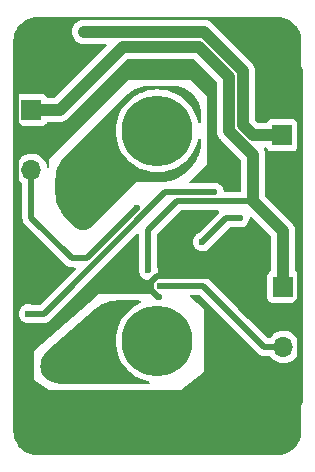
<source format=gbr>
%TF.GenerationSoftware,KiCad,Pcbnew,(6.0.1)*%
%TF.CreationDate,2022-02-11T00:14:37+08:00*%
%TF.ProjectId,OpenEMG_SMD_ver2.1,4f70656e-454d-4475-9f53-4d445f766572,rev?*%
%TF.SameCoordinates,Original*%
%TF.FileFunction,Copper,L2,Bot*%
%TF.FilePolarity,Positive*%
%FSLAX46Y46*%
G04 Gerber Fmt 4.6, Leading zero omitted, Abs format (unit mm)*
G04 Created by KiCad (PCBNEW (6.0.1)) date 2022-02-11 00:14:37*
%MOMM*%
%LPD*%
G01*
G04 APERTURE LIST*
%TA.AperFunction,ComponentPad*%
%ADD10C,0.700000*%
%TD*%
%TA.AperFunction,ComponentPad*%
%ADD11C,4.400000*%
%TD*%
%TA.AperFunction,ComponentPad*%
%ADD12R,1.700000X1.700000*%
%TD*%
%TA.AperFunction,ComponentPad*%
%ADD13O,1.700000X1.700000*%
%TD*%
%TA.AperFunction,SMDPad,CuDef*%
%ADD14C,6.000000*%
%TD*%
%TA.AperFunction,ViaPad*%
%ADD15C,0.600000*%
%TD*%
%TA.AperFunction,Conductor*%
%ADD16C,1.000000*%
%TD*%
%TA.AperFunction,Conductor*%
%ADD17C,0.500000*%
%TD*%
G04 APERTURE END LIST*
D10*
%TO.P,H6,1,1*%
%TO.N,GND*%
X115444000Y-86106000D03*
X118260726Y-84939274D03*
X117094000Y-84456000D03*
X117094000Y-87756000D03*
X118744000Y-86106000D03*
X115927274Y-87272726D03*
X115927274Y-84939274D03*
X118260726Y-87272726D03*
D11*
X117094000Y-86106000D03*
%TD*%
D12*
%TO.P,J1,1,Pin_1*%
%TO.N,VCC*%
X116332000Y-59182000D03*
D13*
%TO.P,J1,2,Pin_2*%
%TO.N,GND*%
X116332000Y-61722000D03*
%TO.P,J1,3,Pin_3*%
%TO.N,-VDC*%
X116332000Y-64262000D03*
%TD*%
D14*
%TO.P,H1,*%
%TO.N,*%
X127000000Y-60960000D03*
%TD*%
D10*
%TO.P,H4,1,1*%
%TO.N,GND*%
X135256000Y-53594000D03*
X135739274Y-52427274D03*
X138556000Y-53594000D03*
X135739274Y-54760726D03*
D11*
X136906000Y-53594000D03*
D10*
X138072726Y-54760726D03*
X138072726Y-52427274D03*
X136906000Y-51944000D03*
X136906000Y-55244000D03*
%TD*%
D12*
%TO.P,J3,1,Pin_1*%
%TO.N,Net-(D3-Pad2)*%
X137541000Y-61341000D03*
%TD*%
D14*
%TO.P,H2,*%
%TO.N,*%
X127000000Y-78740000D03*
%TD*%
D10*
%TO.P,H5,1,1*%
%TO.N,GND*%
X135739274Y-87272726D03*
X136906000Y-84456000D03*
D11*
X136906000Y-86106000D03*
D10*
X135739274Y-84939274D03*
X136906000Y-87756000D03*
X138072726Y-87272726D03*
X135256000Y-86106000D03*
X138072726Y-84939274D03*
X138556000Y-86106000D03*
%TD*%
D12*
%TO.P,J2,1,Pin_1*%
%TO.N,VCC*%
X137668000Y-74168000D03*
D13*
%TO.P,J2,2,Pin_2*%
%TO.N,GND*%
X137668000Y-76708000D03*
%TO.P,J2,3,Pin_3*%
%TO.N,-VDC*%
X137668000Y-79248000D03*
%TD*%
D10*
%TO.P,H3,1,1*%
%TO.N,GND*%
X115927274Y-52427274D03*
X117094000Y-51944000D03*
D11*
X117094000Y-53594000D03*
D10*
X118260726Y-54760726D03*
X115927274Y-54760726D03*
X118260726Y-52427274D03*
X118744000Y-53594000D03*
X115444000Y-53594000D03*
X117094000Y-55244000D03*
%TD*%
D15*
%TO.N,VCC*%
X135128000Y-66929000D03*
X126238000Y-72771000D03*
%TO.N,-VDC*%
X127190500Y-74104500D03*
X125272480Y-67513520D03*
%TO.N,GND*%
X127127000Y-75057000D03*
%TO.N,Net-(C5-Pad1)*%
X116078000Y-76454000D03*
X131826000Y-66167000D03*
%TO.N,/AC_signal*%
X130810000Y-70358000D03*
X133985000Y-68326000D03*
%TO.N,Net-(D3-Pad2)*%
X120777000Y-52578000D03*
%TO.N,Net-(H1-Pad1)*%
X119761000Y-67818000D03*
%TO.N,Net-(H2-Pad1)*%
X117729000Y-81407000D03*
%TD*%
D16*
%TO.N,VCC*%
X135128000Y-63037378D02*
X135128000Y-66929000D01*
X133039480Y-60948858D02*
X135128000Y-63037378D01*
D17*
X126238000Y-72771000D02*
X126238000Y-69342000D01*
X128651000Y-66929000D02*
X135128000Y-66929000D01*
D16*
X116332000Y-59182000D02*
X118745000Y-59182000D01*
X133039480Y-56376858D02*
X133039480Y-60948858D01*
D17*
X126238000Y-69342000D02*
X128651000Y-66929000D01*
D16*
X130510622Y-53848000D02*
X133039480Y-56376858D01*
X137668000Y-69469000D02*
X137668000Y-74168000D01*
X118745000Y-59182000D02*
X124079000Y-53848000D01*
X135128000Y-66929000D02*
X137668000Y-69469000D01*
X124079000Y-53848000D02*
X130510622Y-53848000D01*
D17*
%TO.N,-VDC*%
X121031000Y-71755000D02*
X119761000Y-71755000D01*
X119761000Y-71755000D02*
X116332000Y-68326000D01*
X130873500Y-74104500D02*
X127190500Y-74104500D01*
X136017000Y-79248000D02*
X130873500Y-74104500D01*
X125272480Y-67513520D02*
X121031000Y-71755000D01*
X137668000Y-79248000D02*
X136017000Y-79248000D01*
X116332000Y-68326000D02*
X116332000Y-64262000D01*
%TO.N,GND*%
X116332000Y-61722000D02*
X115032489Y-63021511D01*
X115032489Y-60422489D02*
X115032489Y-55655511D01*
X119126000Y-88138000D02*
X134874000Y-88138000D01*
X139105999Y-75270001D02*
X137668000Y-76708000D01*
X134874000Y-76708000D02*
X137668000Y-76708000D01*
X116332000Y-61722000D02*
X115032489Y-60422489D01*
X139105999Y-75270001D02*
X139105999Y-83906001D01*
X131445000Y-73279000D02*
X134874000Y-76708000D01*
X134874000Y-88138000D02*
X136906000Y-86106000D01*
X115032489Y-55655511D02*
X117094000Y-53594000D01*
X127083030Y-75057000D02*
X126440989Y-74414959D01*
X115032489Y-63021511D02*
X115032489Y-84044489D01*
X126440989Y-73794041D02*
X126956030Y-73279000D01*
X136906000Y-53594000D02*
X139105999Y-55793999D01*
X139105999Y-83906001D02*
X136906000Y-86106000D01*
X115032489Y-84044489D02*
X117094000Y-86106000D01*
X126440989Y-74414959D02*
X126440989Y-73794041D01*
X117094000Y-86106000D02*
X119126000Y-88138000D01*
X127127000Y-75057000D02*
X127083030Y-75057000D01*
X139105999Y-55793999D02*
X139105999Y-75270001D01*
X126956030Y-73279000D02*
X131445000Y-73279000D01*
%TO.N,Net-(C5-Pad1)*%
X116078000Y-76454000D02*
X117391970Y-76454000D01*
X117391970Y-76454000D02*
X127678970Y-66167000D01*
X127678970Y-66167000D02*
X131826000Y-66167000D01*
%TO.N,/AC_signal*%
X133985000Y-68326000D02*
X132842000Y-68326000D01*
X132842000Y-68326000D02*
X130810000Y-70358000D01*
D16*
%TO.N,Net-(D3-Pad2)*%
X130937000Y-52578000D02*
X134239000Y-55880000D01*
X134239000Y-60452000D02*
X135128000Y-61341000D01*
X134239000Y-55880000D02*
X134239000Y-60452000D01*
X135128000Y-61341000D02*
X137541000Y-61341000D01*
X120777000Y-52578000D02*
X130937000Y-52578000D01*
%TD*%
%TA.AperFunction,Conductor*%
%TO.N,Net-(H1-Pad1)*%
G36*
X128302291Y-57150270D02*
G01*
X128601212Y-57169863D01*
X128617552Y-57172014D01*
X128762433Y-57200832D01*
X128907316Y-57229651D01*
X128923230Y-57233915D01*
X129063109Y-57281398D01*
X129202984Y-57328879D01*
X129218211Y-57335186D01*
X129483178Y-57465853D01*
X129497452Y-57474094D01*
X129743098Y-57638230D01*
X129756173Y-57648263D01*
X129978298Y-57843061D01*
X129989939Y-57854702D01*
X130184737Y-58076827D01*
X130194770Y-58089902D01*
X130358906Y-58335548D01*
X130367147Y-58349822D01*
X130497814Y-58614789D01*
X130504121Y-58630016D01*
X130599084Y-58909767D01*
X130603350Y-58925687D01*
X130660986Y-59215448D01*
X130663137Y-59231788D01*
X130682730Y-59530709D01*
X130683000Y-59538950D01*
X130683000Y-60192272D01*
X130662998Y-60260393D01*
X130609342Y-60306886D01*
X130539068Y-60316990D01*
X130474488Y-60287496D01*
X130435293Y-60224883D01*
X130405430Y-60113433D01*
X130341361Y-59874326D01*
X130209573Y-59531006D01*
X130128498Y-59371888D01*
X130044119Y-59206284D01*
X130044115Y-59206277D01*
X130042620Y-59203343D01*
X129842332Y-58894925D01*
X129610902Y-58609133D01*
X129350867Y-58349098D01*
X129065075Y-58117668D01*
X128756658Y-57917380D01*
X128753724Y-57915885D01*
X128753717Y-57915881D01*
X128431934Y-57751925D01*
X128428994Y-57750427D01*
X128162847Y-57648263D01*
X128088764Y-57619825D01*
X128088762Y-57619824D01*
X128085674Y-57618639D01*
X127730459Y-57523459D01*
X127537442Y-57492888D01*
X127370489Y-57466445D01*
X127370481Y-57466444D01*
X127367241Y-57465931D01*
X127000000Y-57446685D01*
X126632759Y-57465931D01*
X126629519Y-57466444D01*
X126629511Y-57466445D01*
X126462558Y-57492888D01*
X126269541Y-57523459D01*
X125914326Y-57618639D01*
X125911238Y-57619824D01*
X125911236Y-57619825D01*
X125837153Y-57648263D01*
X125571006Y-57750427D01*
X125568066Y-57751925D01*
X125246284Y-57915881D01*
X125246277Y-57915885D01*
X125243343Y-57917380D01*
X124934925Y-58117668D01*
X124649133Y-58349098D01*
X124389098Y-58609133D01*
X124157668Y-58894925D01*
X123957380Y-59203343D01*
X123955885Y-59206277D01*
X123955881Y-59206284D01*
X123871502Y-59371888D01*
X123790427Y-59531006D01*
X123658639Y-59874326D01*
X123563459Y-60229541D01*
X123505931Y-60592759D01*
X123486685Y-60960000D01*
X123505931Y-61327241D01*
X123563459Y-61690459D01*
X123658639Y-62045674D01*
X123790427Y-62388994D01*
X123957380Y-62716657D01*
X124157668Y-63025075D01*
X124389098Y-63310867D01*
X124649133Y-63570902D01*
X124934925Y-63802332D01*
X125243342Y-64002620D01*
X125246276Y-64004115D01*
X125246283Y-64004119D01*
X125568066Y-64168075D01*
X125571006Y-64169573D01*
X125914326Y-64301361D01*
X126269541Y-64396541D01*
X126462558Y-64427112D01*
X126629511Y-64453555D01*
X126629519Y-64453556D01*
X126632759Y-64454069D01*
X127000000Y-64473315D01*
X127367241Y-64454069D01*
X127370481Y-64453556D01*
X127370489Y-64453555D01*
X127537442Y-64427112D01*
X127730459Y-64396541D01*
X128085674Y-64301361D01*
X128428994Y-64169573D01*
X128431934Y-64168075D01*
X128753717Y-64004119D01*
X128753724Y-64004115D01*
X128756658Y-64002620D01*
X129065075Y-63802332D01*
X129350867Y-63570902D01*
X129610902Y-63310867D01*
X129842332Y-63025075D01*
X130042620Y-62716657D01*
X130209573Y-62388994D01*
X130341361Y-62045674D01*
X130435293Y-61695117D01*
X130472245Y-61634494D01*
X130536106Y-61603473D01*
X130606600Y-61611901D01*
X130661347Y-61657104D01*
X130683000Y-61727728D01*
X130683000Y-61999820D01*
X130682802Y-62006885D01*
X130664534Y-62332188D01*
X130662952Y-62346229D01*
X130608969Y-62663946D01*
X130605825Y-62677721D01*
X130516608Y-62987398D01*
X130511941Y-63000735D01*
X130388615Y-63298474D01*
X130382484Y-63311205D01*
X130226594Y-63593266D01*
X130219076Y-63605230D01*
X130032591Y-63868054D01*
X130023782Y-63879100D01*
X129806665Y-64122055D01*
X129801809Y-64127191D01*
X129532191Y-64396809D01*
X129527055Y-64401665D01*
X129284100Y-64618782D01*
X129273054Y-64627591D01*
X129010230Y-64814076D01*
X128998266Y-64821594D01*
X128716201Y-64977486D01*
X128703478Y-64983613D01*
X128587494Y-65031655D01*
X128405735Y-65106941D01*
X128392398Y-65111608D01*
X128082721Y-65200825D01*
X128068946Y-65203969D01*
X127910088Y-65230960D01*
X127751224Y-65257953D01*
X127737192Y-65259534D01*
X127411885Y-65277802D01*
X127404820Y-65278000D01*
X125222000Y-65278000D01*
X121476686Y-69023314D01*
X121467535Y-69031609D01*
X121319280Y-69153278D01*
X121298753Y-69166994D01*
X121135108Y-69254464D01*
X121112295Y-69263915D01*
X120934724Y-69317780D01*
X120910503Y-69322597D01*
X120725846Y-69340784D01*
X120701154Y-69340784D01*
X120516497Y-69322597D01*
X120492276Y-69317780D01*
X120314705Y-69263915D01*
X120291892Y-69254464D01*
X120128247Y-69166994D01*
X120107720Y-69153278D01*
X119959465Y-69031609D01*
X119950314Y-69023314D01*
X119245191Y-68318191D01*
X119240335Y-68313055D01*
X119023218Y-68070100D01*
X119014409Y-68059054D01*
X118827924Y-67796230D01*
X118820406Y-67784266D01*
X118664516Y-67502205D01*
X118658385Y-67489474D01*
X118535059Y-67191735D01*
X118530392Y-67178398D01*
X118441175Y-66868721D01*
X118438031Y-66854946D01*
X118384048Y-66537229D01*
X118382466Y-66523188D01*
X118364198Y-66197885D01*
X118364000Y-66190820D01*
X118364000Y-65127180D01*
X118364198Y-65120115D01*
X118364938Y-65106941D01*
X118382466Y-64794808D01*
X118384048Y-64780771D01*
X118438031Y-64463054D01*
X118441175Y-64449279D01*
X118530392Y-64139602D01*
X118535059Y-64126265D01*
X118658385Y-63828526D01*
X118664516Y-63815795D01*
X118820406Y-63533734D01*
X118827924Y-63521770D01*
X119014409Y-63258946D01*
X119023218Y-63247900D01*
X119240335Y-63004945D01*
X119245191Y-62999809D01*
X124213809Y-58031191D01*
X124218945Y-58026335D01*
X124461900Y-57809218D01*
X124472946Y-57800409D01*
X124735770Y-57613924D01*
X124747734Y-57606406D01*
X124987134Y-57474094D01*
X125029799Y-57450514D01*
X125042522Y-57444387D01*
X125158506Y-57396345D01*
X125340265Y-57321059D01*
X125353602Y-57316392D01*
X125663279Y-57227175D01*
X125677054Y-57224031D01*
X125835912Y-57197040D01*
X125994776Y-57170047D01*
X126008808Y-57168466D01*
X126334115Y-57150198D01*
X126341180Y-57150000D01*
X128294050Y-57150000D01*
X128302291Y-57150270D01*
G37*
%TD.AperFunction*%
%TD*%
%TA.AperFunction,Conductor*%
%TO.N,Net-(H2-Pad1)*%
G36*
X125544948Y-75331002D02*
G01*
X125591441Y-75384658D01*
X125601545Y-75454932D01*
X125572051Y-75519512D01*
X125534030Y-75549267D01*
X125246284Y-75695881D01*
X125246277Y-75695885D01*
X125243343Y-75697380D01*
X125240577Y-75699176D01*
X125240574Y-75699178D01*
X125142250Y-75763030D01*
X124934925Y-75897668D01*
X124649133Y-76129098D01*
X124389098Y-76389133D01*
X124157668Y-76674925D01*
X123957380Y-76983343D01*
X123955885Y-76986277D01*
X123955881Y-76986284D01*
X123826729Y-77239760D01*
X123790427Y-77311006D01*
X123658639Y-77654326D01*
X123563459Y-78009541D01*
X123505931Y-78372759D01*
X123486685Y-78740000D01*
X123505931Y-79107241D01*
X123563459Y-79470459D01*
X123658639Y-79825674D01*
X123790427Y-80168994D01*
X123957380Y-80496657D01*
X123959176Y-80499423D01*
X123959178Y-80499426D01*
X124074664Y-80677260D01*
X124157668Y-80805075D01*
X124389098Y-81090867D01*
X124649133Y-81350902D01*
X124934925Y-81582332D01*
X124937700Y-81584134D01*
X125220272Y-81767638D01*
X125243342Y-81782620D01*
X125246276Y-81784115D01*
X125246283Y-81784119D01*
X125506803Y-81916860D01*
X125571006Y-81949573D01*
X125914326Y-82081361D01*
X126154699Y-82145769D01*
X126264883Y-82175293D01*
X126325506Y-82212245D01*
X126356527Y-82276106D01*
X126348099Y-82346600D01*
X126302896Y-82401347D01*
X126232272Y-82423000D01*
X119108794Y-82423000D01*
X119100289Y-82422713D01*
X118752918Y-82399211D01*
X118736077Y-82396922D01*
X118399204Y-82327702D01*
X118382837Y-82323169D01*
X118058369Y-82209209D01*
X118042736Y-82202501D01*
X117737622Y-82046411D01*
X117721164Y-82036331D01*
X117556022Y-81916860D01*
X117539674Y-81902747D01*
X117424001Y-81784119D01*
X117398196Y-81757654D01*
X117384502Y-81740958D01*
X117269896Y-81573816D01*
X117259254Y-81555019D01*
X117174904Y-81370769D01*
X117167626Y-81350420D01*
X117116002Y-81154463D01*
X117112309Y-81133170D01*
X117094464Y-80925859D01*
X117094000Y-80915053D01*
X117094000Y-80903446D01*
X117094314Y-80894559D01*
X117110188Y-80670049D01*
X117112687Y-80652463D01*
X117159062Y-80436749D01*
X117164007Y-80419706D01*
X117240266Y-80212685D01*
X117247570Y-80196483D01*
X117352194Y-80002259D01*
X117361706Y-79987244D01*
X117492620Y-79809673D01*
X117504149Y-79796148D01*
X117661876Y-79635575D01*
X117668327Y-79629455D01*
X121701188Y-76065532D01*
X121707031Y-76060674D01*
X121912909Y-75899754D01*
X121982983Y-75844983D01*
X121995491Y-75836368D01*
X122292137Y-75657415D01*
X122305592Y-75650367D01*
X122621610Y-75508412D01*
X122635816Y-75503035D01*
X122966620Y-75400139D01*
X122981369Y-75396510D01*
X123322149Y-75334169D01*
X123337228Y-75332341D01*
X123686840Y-75311229D01*
X123694435Y-75311000D01*
X125476827Y-75311000D01*
X125544948Y-75331002D01*
G37*
%TD.AperFunction*%
%TD*%
%TA.AperFunction,Conductor*%
%TO.N,GND*%
G36*
X115016512Y-64669894D02*
G01*
X115050743Y-64717714D01*
X115115266Y-64876616D01*
X115231987Y-65067088D01*
X115378250Y-65235938D01*
X115527985Y-65360250D01*
X115567620Y-65419152D01*
X115573500Y-65457194D01*
X115573500Y-68258930D01*
X115572067Y-68277880D01*
X115568801Y-68299349D01*
X115569394Y-68306641D01*
X115569394Y-68306644D01*
X115573085Y-68352018D01*
X115573500Y-68362233D01*
X115573500Y-68370293D01*
X115573925Y-68373937D01*
X115576789Y-68398507D01*
X115577222Y-68402882D01*
X115582362Y-68466069D01*
X115583140Y-68475637D01*
X115585396Y-68482601D01*
X115586587Y-68488560D01*
X115587971Y-68494415D01*
X115588818Y-68501681D01*
X115613735Y-68570327D01*
X115615152Y-68574455D01*
X115637649Y-68643899D01*
X115641445Y-68650154D01*
X115643951Y-68655628D01*
X115646670Y-68661058D01*
X115649167Y-68667937D01*
X115653180Y-68674057D01*
X115653180Y-68674058D01*
X115689186Y-68728976D01*
X115691523Y-68732680D01*
X115729405Y-68795107D01*
X115733121Y-68799315D01*
X115733122Y-68799316D01*
X115736803Y-68803484D01*
X115736776Y-68803508D01*
X115739429Y-68806500D01*
X115742132Y-68809733D01*
X115746144Y-68815852D01*
X115751456Y-68820884D01*
X115802383Y-68869128D01*
X115804825Y-68871506D01*
X119177230Y-72243911D01*
X119189616Y-72258323D01*
X119198149Y-72269918D01*
X119198154Y-72269923D01*
X119202492Y-72275818D01*
X119208070Y-72280557D01*
X119208073Y-72280560D01*
X119242768Y-72310035D01*
X119250284Y-72316965D01*
X119255979Y-72322660D01*
X119258861Y-72324940D01*
X119278251Y-72340281D01*
X119281655Y-72343072D01*
X119331703Y-72385591D01*
X119337285Y-72390333D01*
X119343801Y-72393661D01*
X119348850Y-72397028D01*
X119353979Y-72400195D01*
X119359716Y-72404734D01*
X119425875Y-72435655D01*
X119429769Y-72437558D01*
X119494808Y-72470769D01*
X119501916Y-72472508D01*
X119507559Y-72474607D01*
X119513322Y-72476524D01*
X119519950Y-72479622D01*
X119572417Y-72490535D01*
X119591412Y-72494486D01*
X119595696Y-72495456D01*
X119666610Y-72512808D01*
X119672212Y-72513156D01*
X119672215Y-72513156D01*
X119677764Y-72513500D01*
X119677762Y-72513536D01*
X119681755Y-72513775D01*
X119685947Y-72514149D01*
X119693115Y-72515640D01*
X119770520Y-72513546D01*
X119773928Y-72513500D01*
X119955599Y-72513500D01*
X120023720Y-72533502D01*
X120070213Y-72587158D01*
X120080317Y-72657432D01*
X120050823Y-72722012D01*
X120044694Y-72728595D01*
X117114694Y-75658595D01*
X117052382Y-75692621D01*
X117025599Y-75695500D01*
X116379966Y-75695500D01*
X116337699Y-75688199D01*
X116270424Y-75664243D01*
X116270422Y-75664242D01*
X116263790Y-75661881D01*
X116256802Y-75661048D01*
X116256799Y-75661047D01*
X116133698Y-75646368D01*
X116083680Y-75640404D01*
X116076677Y-75641140D01*
X116076676Y-75641140D01*
X115910288Y-75658628D01*
X115910286Y-75658629D01*
X115903288Y-75659364D01*
X115731579Y-75717818D01*
X115725575Y-75721512D01*
X115583095Y-75809166D01*
X115583092Y-75809168D01*
X115577088Y-75812862D01*
X115572053Y-75817793D01*
X115572050Y-75817795D01*
X115490487Y-75897668D01*
X115447493Y-75939771D01*
X115349235Y-76092238D01*
X115287197Y-76262685D01*
X115264463Y-76442640D01*
X115282163Y-76623160D01*
X115339418Y-76795273D01*
X115433380Y-76950424D01*
X115559382Y-77080902D01*
X115711159Y-77180222D01*
X115717763Y-77182678D01*
X115717765Y-77182679D01*
X115874558Y-77240990D01*
X115874560Y-77240990D01*
X115881168Y-77243448D01*
X115964995Y-77254633D01*
X116053980Y-77266507D01*
X116053984Y-77266507D01*
X116060961Y-77267438D01*
X116067972Y-77266800D01*
X116067976Y-77266800D01*
X116210459Y-77253832D01*
X116241600Y-77250998D01*
X116248302Y-77248820D01*
X116248304Y-77248820D01*
X116341105Y-77218667D01*
X116380041Y-77212500D01*
X117324900Y-77212500D01*
X117343850Y-77213933D01*
X117358085Y-77216099D01*
X117358089Y-77216099D01*
X117365319Y-77217199D01*
X117372611Y-77216606D01*
X117372614Y-77216606D01*
X117417988Y-77212915D01*
X117428203Y-77212500D01*
X117436263Y-77212500D01*
X117449553Y-77210951D01*
X117464477Y-77209211D01*
X117468852Y-77208778D01*
X117534309Y-77203454D01*
X117534312Y-77203453D01*
X117541607Y-77202860D01*
X117548571Y-77200604D01*
X117554530Y-77199413D01*
X117560385Y-77198029D01*
X117567651Y-77197182D01*
X117636297Y-77172265D01*
X117640425Y-77170848D01*
X117702906Y-77150607D01*
X117702908Y-77150606D01*
X117709869Y-77148351D01*
X117716124Y-77144555D01*
X117721598Y-77142049D01*
X117727028Y-77139330D01*
X117733907Y-77136833D01*
X117794946Y-77096814D01*
X117798650Y-77094477D01*
X117861077Y-77056595D01*
X117869454Y-77049197D01*
X117869478Y-77049224D01*
X117872470Y-77046571D01*
X117875703Y-77043868D01*
X117881822Y-77039856D01*
X117935098Y-76983617D01*
X117937476Y-76981175D01*
X125264405Y-69654246D01*
X125326717Y-69620220D01*
X125397532Y-69625285D01*
X125454368Y-69667832D01*
X125479179Y-69734352D01*
X125479500Y-69743341D01*
X125479500Y-72468717D01*
X125471901Y-72511812D01*
X125447197Y-72579685D01*
X125424463Y-72759640D01*
X125442163Y-72940160D01*
X125499418Y-73112273D01*
X125503065Y-73118295D01*
X125503066Y-73118297D01*
X125552720Y-73200285D01*
X125593380Y-73267424D01*
X125598269Y-73272487D01*
X125598270Y-73272488D01*
X125616765Y-73291640D01*
X125719382Y-73397902D01*
X125871159Y-73497222D01*
X125877763Y-73499678D01*
X125877765Y-73499679D01*
X126034558Y-73557990D01*
X126034560Y-73557990D01*
X126041168Y-73560448D01*
X126124995Y-73571633D01*
X126213980Y-73583507D01*
X126213984Y-73583507D01*
X126220961Y-73584438D01*
X126227972Y-73583800D01*
X126227976Y-73583800D01*
X126295241Y-73577678D01*
X126331848Y-73574346D01*
X126401500Y-73588091D01*
X126452665Y-73637312D01*
X126469096Y-73706381D01*
X126461668Y-73742922D01*
X126399697Y-73913185D01*
X126376963Y-74093140D01*
X126394663Y-74273660D01*
X126451918Y-74445773D01*
X126545880Y-74600924D01*
X126547026Y-74602110D01*
X126571970Y-74666297D01*
X126557826Y-74735871D01*
X126508314Y-74786753D01*
X126446425Y-74803000D01*
X122047000Y-74803000D01*
X121194608Y-75556277D01*
X121194604Y-75556280D01*
X117917195Y-78452595D01*
X116586000Y-79629000D01*
X116586000Y-82042000D01*
X117856000Y-82931000D01*
X129032000Y-82931000D01*
X130937000Y-81407000D01*
X130937000Y-76073000D01*
X129705183Y-74953166D01*
X129724757Y-74908199D01*
X129783789Y-74868756D01*
X129821438Y-74863000D01*
X130507129Y-74863000D01*
X130575250Y-74883002D01*
X130596224Y-74899905D01*
X135433230Y-79736911D01*
X135445616Y-79751323D01*
X135454149Y-79762918D01*
X135454154Y-79762923D01*
X135458492Y-79768818D01*
X135464070Y-79773557D01*
X135464073Y-79773560D01*
X135498768Y-79803035D01*
X135506284Y-79809965D01*
X135511979Y-79815660D01*
X135514861Y-79817940D01*
X135534251Y-79833281D01*
X135537655Y-79836072D01*
X135587703Y-79878591D01*
X135593285Y-79883333D01*
X135599801Y-79886661D01*
X135604838Y-79890020D01*
X135609977Y-79893194D01*
X135615716Y-79897734D01*
X135622349Y-79900834D01*
X135681837Y-79928636D01*
X135685791Y-79930569D01*
X135750808Y-79963769D01*
X135757924Y-79965510D01*
X135763554Y-79967604D01*
X135769321Y-79969523D01*
X135775950Y-79972621D01*
X135783110Y-79974110D01*
X135783112Y-79974111D01*
X135847396Y-79987482D01*
X135851680Y-79988452D01*
X135922610Y-80005808D01*
X135928212Y-80006156D01*
X135928215Y-80006156D01*
X135933764Y-80006500D01*
X135933762Y-80006536D01*
X135937752Y-80006775D01*
X135941950Y-80007150D01*
X135949115Y-80008640D01*
X136026520Y-80006546D01*
X136029928Y-80006500D01*
X136470491Y-80006500D01*
X136538612Y-80026502D01*
X136567402Y-80053595D01*
X136567987Y-80053088D01*
X136714250Y-80221938D01*
X136886126Y-80364632D01*
X137079000Y-80477338D01*
X137287692Y-80557030D01*
X137292760Y-80558061D01*
X137292763Y-80558062D01*
X137400017Y-80579883D01*
X137506597Y-80601567D01*
X137511772Y-80601757D01*
X137511774Y-80601757D01*
X137724673Y-80609564D01*
X137724677Y-80609564D01*
X137729837Y-80609753D01*
X137734957Y-80609097D01*
X137734959Y-80609097D01*
X137946288Y-80582025D01*
X137946289Y-80582025D01*
X137951416Y-80581368D01*
X137956366Y-80579883D01*
X138160429Y-80518661D01*
X138160434Y-80518659D01*
X138165384Y-80517174D01*
X138365994Y-80418896D01*
X138547860Y-80289173D01*
X138706096Y-80131489D01*
X138794372Y-80008640D01*
X138833435Y-79954277D01*
X138836453Y-79950077D01*
X138846095Y-79930569D01*
X138933136Y-79754453D01*
X138933137Y-79754451D01*
X138935430Y-79749811D01*
X138945442Y-79716858D01*
X138984383Y-79657494D01*
X139049237Y-79628607D01*
X139119413Y-79639369D01*
X139172631Y-79686362D01*
X139192000Y-79753487D01*
X139192000Y-86310672D01*
X139190500Y-86330056D01*
X139186814Y-86353730D01*
X139188941Y-86369999D01*
X139189734Y-86394567D01*
X139175156Y-86616985D01*
X139173005Y-86633326D01*
X139124371Y-86877824D01*
X139120105Y-86893743D01*
X139039978Y-87129790D01*
X139033671Y-87145017D01*
X138923416Y-87368592D01*
X138915175Y-87382865D01*
X138776684Y-87590133D01*
X138766651Y-87603210D01*
X138602286Y-87790632D01*
X138590632Y-87802286D01*
X138403210Y-87966651D01*
X138390133Y-87976684D01*
X138182865Y-88115175D01*
X138168592Y-88123416D01*
X137945017Y-88233671D01*
X137929790Y-88239978D01*
X137693743Y-88320105D01*
X137677824Y-88324371D01*
X137433327Y-88373005D01*
X137416986Y-88375156D01*
X137201732Y-88389264D01*
X137178696Y-88388239D01*
X137175146Y-88388196D01*
X137166270Y-88386814D01*
X137137762Y-88390542D01*
X137134749Y-88390936D01*
X137118411Y-88392000D01*
X116889328Y-88392000D01*
X116869943Y-88390500D01*
X116855142Y-88388195D01*
X116855139Y-88388195D01*
X116846270Y-88386814D01*
X116830001Y-88388941D01*
X116805433Y-88389734D01*
X116583015Y-88375156D01*
X116566674Y-88373005D01*
X116322176Y-88324371D01*
X116306257Y-88320105D01*
X116070210Y-88239978D01*
X116054983Y-88233671D01*
X115831408Y-88123416D01*
X115817135Y-88115175D01*
X115609867Y-87976684D01*
X115596790Y-87966651D01*
X115409368Y-87802286D01*
X115397714Y-87790632D01*
X115233349Y-87603210D01*
X115223316Y-87590133D01*
X115084825Y-87382865D01*
X115076584Y-87368592D01*
X114966329Y-87145017D01*
X114960022Y-87129790D01*
X114879895Y-86893743D01*
X114875629Y-86877824D01*
X114826995Y-86633327D01*
X114824844Y-86616986D01*
X114810736Y-86401732D01*
X114811761Y-86378696D01*
X114811804Y-86375146D01*
X114813186Y-86366270D01*
X114809064Y-86334748D01*
X114808000Y-86318411D01*
X114808000Y-64765118D01*
X114828002Y-64696997D01*
X114881658Y-64650504D01*
X114951932Y-64640400D01*
X115016512Y-64669894D01*
G37*
%TD.AperFunction*%
%TA.AperFunction,Conductor*%
G36*
X132171750Y-67707502D02*
G01*
X132218243Y-67761158D01*
X132228347Y-67831432D01*
X132198853Y-67896012D01*
X132192724Y-67902595D01*
X130496231Y-69599088D01*
X130464186Y-69621611D01*
X130463579Y-69621818D01*
X130457577Y-69625511D01*
X130457576Y-69625511D01*
X130315095Y-69713166D01*
X130315092Y-69713168D01*
X130309088Y-69716862D01*
X130304053Y-69721793D01*
X130304050Y-69721795D01*
X130242810Y-69781766D01*
X130179493Y-69843771D01*
X130081235Y-69996238D01*
X130019197Y-70166685D01*
X129996463Y-70346640D01*
X130014163Y-70527160D01*
X130071418Y-70699273D01*
X130075065Y-70705295D01*
X130075066Y-70705297D01*
X130085975Y-70723309D01*
X130165380Y-70854424D01*
X130291382Y-70984902D01*
X130443159Y-71084222D01*
X130449763Y-71086678D01*
X130449765Y-71086679D01*
X130606558Y-71144990D01*
X130606560Y-71144990D01*
X130613168Y-71147448D01*
X130696995Y-71158633D01*
X130785980Y-71170507D01*
X130785984Y-71170507D01*
X130792961Y-71171438D01*
X130799972Y-71170800D01*
X130799976Y-71170800D01*
X130942459Y-71157832D01*
X130973600Y-71154998D01*
X130980302Y-71152820D01*
X130980304Y-71152820D01*
X131139409Y-71101124D01*
X131139412Y-71101123D01*
X131146108Y-71098947D01*
X131301912Y-71006069D01*
X131433266Y-70880982D01*
X131533643Y-70729902D01*
X131536143Y-70723320D01*
X131536149Y-70723309D01*
X131538059Y-70718280D01*
X131566751Y-70673930D01*
X133119276Y-69121405D01*
X133181588Y-69087379D01*
X133208371Y-69084500D01*
X133682282Y-69084500D01*
X133726202Y-69092403D01*
X133781558Y-69112990D01*
X133781560Y-69112991D01*
X133788168Y-69115448D01*
X133871995Y-69126633D01*
X133960980Y-69138507D01*
X133960984Y-69138507D01*
X133967961Y-69139438D01*
X133974972Y-69138800D01*
X133974976Y-69138800D01*
X134117459Y-69125832D01*
X134148600Y-69122998D01*
X134155302Y-69120820D01*
X134155304Y-69120820D01*
X134314409Y-69069124D01*
X134314412Y-69069123D01*
X134321108Y-69066947D01*
X134417513Y-69009478D01*
X134470860Y-68977677D01*
X134470862Y-68977676D01*
X134476912Y-68974069D01*
X134608266Y-68848982D01*
X134708643Y-68697902D01*
X134773055Y-68528338D01*
X134775836Y-68508553D01*
X134797748Y-68352639D01*
X134797748Y-68352636D01*
X134798299Y-68348717D01*
X134798585Y-68328238D01*
X134819537Y-68260404D01*
X134873836Y-68214665D01*
X134944245Y-68205543D01*
X135008407Y-68235935D01*
X135013668Y-68240903D01*
X136622595Y-69849830D01*
X136656621Y-69912142D01*
X136659500Y-69938925D01*
X136659500Y-72746991D01*
X136639498Y-72815112D01*
X136585842Y-72861605D01*
X136580306Y-72863903D01*
X136579704Y-72864232D01*
X136571295Y-72867385D01*
X136454739Y-72954739D01*
X136367385Y-73071295D01*
X136316255Y-73207684D01*
X136309500Y-73269866D01*
X136309500Y-75066134D01*
X136316255Y-75128316D01*
X136367385Y-75264705D01*
X136454739Y-75381261D01*
X136571295Y-75468615D01*
X136707684Y-75519745D01*
X136769866Y-75526500D01*
X138566134Y-75526500D01*
X138628316Y-75519745D01*
X138764705Y-75468615D01*
X138881261Y-75381261D01*
X138965175Y-75269296D01*
X139022033Y-75226781D01*
X139092852Y-75221755D01*
X139155145Y-75255815D01*
X139189135Y-75318146D01*
X139192000Y-75344861D01*
X139192000Y-78740106D01*
X139171998Y-78808227D01*
X139118342Y-78854720D01*
X139048068Y-78864824D01*
X138983488Y-78835330D01*
X138950451Y-78790349D01*
X138871419Y-78608590D01*
X138869354Y-78603840D01*
X138795384Y-78489500D01*
X138750822Y-78420617D01*
X138750820Y-78420614D01*
X138748014Y-78416277D01*
X138597670Y-78251051D01*
X138593619Y-78247852D01*
X138593615Y-78247848D01*
X138426414Y-78115800D01*
X138426410Y-78115798D01*
X138422359Y-78112598D01*
X138226789Y-78004638D01*
X138221920Y-78002914D01*
X138221916Y-78002912D01*
X138021087Y-77931795D01*
X138021083Y-77931794D01*
X138016212Y-77930069D01*
X138011119Y-77929162D01*
X138011116Y-77929161D01*
X137801373Y-77891800D01*
X137801367Y-77891799D01*
X137796284Y-77890894D01*
X137722452Y-77889992D01*
X137578081Y-77888228D01*
X137578079Y-77888228D01*
X137572911Y-77888165D01*
X137352091Y-77921955D01*
X137139756Y-77991357D01*
X136941607Y-78094507D01*
X136937474Y-78097610D01*
X136937471Y-78097612D01*
X136913247Y-78115800D01*
X136762965Y-78228635D01*
X136608629Y-78390138D01*
X136578363Y-78434507D01*
X136523455Y-78479507D01*
X136474277Y-78489500D01*
X136383371Y-78489500D01*
X136315250Y-78469498D01*
X136294276Y-78452595D01*
X131457270Y-73615589D01*
X131444884Y-73601177D01*
X131436351Y-73589582D01*
X131436346Y-73589577D01*
X131432008Y-73583682D01*
X131426430Y-73578943D01*
X131426427Y-73578940D01*
X131391732Y-73549465D01*
X131384216Y-73542535D01*
X131378521Y-73536840D01*
X131372380Y-73531982D01*
X131356249Y-73519219D01*
X131352845Y-73516428D01*
X131302797Y-73473909D01*
X131302795Y-73473908D01*
X131297215Y-73469167D01*
X131290699Y-73465839D01*
X131285650Y-73462472D01*
X131280521Y-73459305D01*
X131274784Y-73454766D01*
X131208625Y-73423845D01*
X131204725Y-73421939D01*
X131139692Y-73388731D01*
X131132584Y-73386992D01*
X131126941Y-73384893D01*
X131121178Y-73382976D01*
X131114550Y-73379878D01*
X131043083Y-73365013D01*
X131038799Y-73364043D01*
X130967890Y-73346692D01*
X130962288Y-73346344D01*
X130962285Y-73346344D01*
X130956736Y-73346000D01*
X130956738Y-73345964D01*
X130952745Y-73345725D01*
X130948553Y-73345351D01*
X130941385Y-73343860D01*
X130875175Y-73345651D01*
X130863979Y-73345954D01*
X130860572Y-73346000D01*
X127492466Y-73346000D01*
X127450199Y-73338699D01*
X127382924Y-73314743D01*
X127382922Y-73314742D01*
X127376290Y-73312381D01*
X127369302Y-73311548D01*
X127369299Y-73311547D01*
X127246198Y-73296868D01*
X127196180Y-73290904D01*
X127189177Y-73291640D01*
X127189175Y-73291640D01*
X127097019Y-73301326D01*
X127027181Y-73288554D01*
X126975334Y-73240052D01*
X126957940Y-73171219D01*
X126966061Y-73131272D01*
X127023555Y-72979920D01*
X127023556Y-72979918D01*
X127026055Y-72973338D01*
X127029425Y-72949358D01*
X127050748Y-72797639D01*
X127050748Y-72797636D01*
X127051299Y-72793717D01*
X127051616Y-72771000D01*
X127031397Y-72590745D01*
X127027546Y-72579685D01*
X127003509Y-72510662D01*
X126996500Y-72469225D01*
X126996500Y-69708371D01*
X127016502Y-69640250D01*
X127033405Y-69619276D01*
X128928276Y-67724405D01*
X128990588Y-67690379D01*
X129017371Y-67687500D01*
X132103629Y-67687500D01*
X132171750Y-67707502D01*
G37*
%TD.AperFunction*%
%TA.AperFunction,Conductor*%
G36*
X137130057Y-51309500D02*
G01*
X137144858Y-51311805D01*
X137144861Y-51311805D01*
X137153730Y-51313186D01*
X137169999Y-51311059D01*
X137194567Y-51310266D01*
X137416985Y-51324844D01*
X137433326Y-51326995D01*
X137677824Y-51375629D01*
X137693743Y-51379895D01*
X137929790Y-51460022D01*
X137945017Y-51466329D01*
X138168592Y-51576584D01*
X138182865Y-51584825D01*
X138390133Y-51723316D01*
X138403206Y-51733346D01*
X138495071Y-51813909D01*
X138590632Y-51897714D01*
X138602286Y-51909368D01*
X138766651Y-52096790D01*
X138776684Y-52109867D01*
X138915175Y-52317135D01*
X138923416Y-52331408D01*
X139033671Y-52554983D01*
X139039978Y-52570210D01*
X139120105Y-52806257D01*
X139124371Y-52822176D01*
X139173005Y-53066673D01*
X139175156Y-53083014D01*
X139189264Y-53298268D01*
X139188239Y-53321304D01*
X139188196Y-53324854D01*
X139186814Y-53333730D01*
X139188454Y-53346270D01*
X139190936Y-53365251D01*
X139192000Y-53381589D01*
X139192000Y-72991139D01*
X139171998Y-73059260D01*
X139118342Y-73105753D01*
X139048068Y-73115857D01*
X138983488Y-73086363D01*
X138965174Y-73066704D01*
X138886642Y-72961919D01*
X138881261Y-72954739D01*
X138764705Y-72867385D01*
X138756296Y-72864233D01*
X138748425Y-72859923D01*
X138749336Y-72858259D01*
X138701510Y-72822337D01*
X138676807Y-72755776D01*
X138676500Y-72746991D01*
X138676500Y-69530840D01*
X138677237Y-69517232D01*
X138680659Y-69485736D01*
X138680659Y-69485732D01*
X138681324Y-69479611D01*
X138679749Y-69461611D01*
X138676950Y-69429609D01*
X138676621Y-69424784D01*
X138676500Y-69422313D01*
X138676500Y-69419231D01*
X138672309Y-69376489D01*
X138672187Y-69375174D01*
X138664623Y-69288719D01*
X138664087Y-69282587D01*
X138662600Y-69277468D01*
X138662080Y-69272167D01*
X138635199Y-69183133D01*
X138634864Y-69182000D01*
X138610627Y-69098578D01*
X138610625Y-69098574D01*
X138608908Y-69092663D01*
X138606457Y-69087934D01*
X138604916Y-69082831D01*
X138561230Y-69000669D01*
X138560683Y-68999627D01*
X138520728Y-68922545D01*
X138520727Y-68922544D01*
X138517892Y-68917074D01*
X138514569Y-68912911D01*
X138512066Y-68908204D01*
X138453263Y-68836105D01*
X138452500Y-68835160D01*
X138421261Y-68796027D01*
X138418770Y-68793536D01*
X138418120Y-68792809D01*
X138414408Y-68788463D01*
X138390955Y-68759708D01*
X138387065Y-68754938D01*
X138382323Y-68751015D01*
X138382321Y-68751013D01*
X138351727Y-68725703D01*
X138342947Y-68717713D01*
X136173405Y-66548171D01*
X136139379Y-66485859D01*
X136136500Y-66459076D01*
X136136500Y-63099220D01*
X136137237Y-63085613D01*
X136140659Y-63054115D01*
X136140659Y-63054110D01*
X136141324Y-63047989D01*
X136138605Y-63016912D01*
X136136950Y-62997987D01*
X136136621Y-62993162D01*
X136136500Y-62990691D01*
X136136500Y-62987609D01*
X136132309Y-62944867D01*
X136132187Y-62943552D01*
X136124623Y-62857097D01*
X136124087Y-62850965D01*
X136122600Y-62845846D01*
X136122080Y-62840545D01*
X136095218Y-62751572D01*
X136094862Y-62750372D01*
X136085067Y-62716657D01*
X136068909Y-62661041D01*
X136066455Y-62656307D01*
X136064916Y-62651209D01*
X136021316Y-62569209D01*
X136020702Y-62568041D01*
X136002790Y-62533485D01*
X135989199Y-62463801D01*
X136015440Y-62397832D01*
X136073180Y-62356522D01*
X136114655Y-62349500D01*
X136119991Y-62349500D01*
X136188112Y-62369502D01*
X136234605Y-62423158D01*
X136236903Y-62428694D01*
X136237232Y-62429296D01*
X136240385Y-62437705D01*
X136327739Y-62554261D01*
X136444295Y-62641615D01*
X136580684Y-62692745D01*
X136642866Y-62699500D01*
X138439134Y-62699500D01*
X138501316Y-62692745D01*
X138637705Y-62641615D01*
X138754261Y-62554261D01*
X138841615Y-62437705D01*
X138892745Y-62301316D01*
X138899500Y-62239134D01*
X138899500Y-60442866D01*
X138892745Y-60380684D01*
X138841615Y-60244295D01*
X138754261Y-60127739D01*
X138637705Y-60040385D01*
X138501316Y-59989255D01*
X138439134Y-59982500D01*
X136642866Y-59982500D01*
X136580684Y-59989255D01*
X136444295Y-60040385D01*
X136327739Y-60127739D01*
X136240385Y-60244295D01*
X136237233Y-60252703D01*
X136232923Y-60260575D01*
X136231259Y-60259664D01*
X136195337Y-60307490D01*
X136128776Y-60332193D01*
X136119991Y-60332500D01*
X135597926Y-60332500D01*
X135529805Y-60312498D01*
X135508831Y-60295596D01*
X135284405Y-60071171D01*
X135250380Y-60008859D01*
X135247500Y-59982075D01*
X135247500Y-55941842D01*
X135248237Y-55928235D01*
X135251659Y-55896737D01*
X135251659Y-55896732D01*
X135252324Y-55890611D01*
X135247950Y-55840609D01*
X135247621Y-55835784D01*
X135247500Y-55833313D01*
X135247500Y-55830231D01*
X135243309Y-55787489D01*
X135243187Y-55786174D01*
X135235623Y-55699719D01*
X135235087Y-55693587D01*
X135233600Y-55688468D01*
X135233080Y-55683167D01*
X135206218Y-55594194D01*
X135205862Y-55592994D01*
X135179909Y-55503663D01*
X135177455Y-55498929D01*
X135175916Y-55493831D01*
X135132316Y-55411831D01*
X135131702Y-55410663D01*
X135091726Y-55333541D01*
X135091725Y-55333540D01*
X135088892Y-55328074D01*
X135085569Y-55323911D01*
X135083066Y-55319204D01*
X135024245Y-55247082D01*
X135023554Y-55246226D01*
X134992262Y-55207027D01*
X134989758Y-55204523D01*
X134989116Y-55203805D01*
X134985415Y-55199472D01*
X134958065Y-55165938D01*
X134922737Y-55136712D01*
X134913958Y-55128723D01*
X131693855Y-51908621D01*
X131684753Y-51898478D01*
X131664897Y-51873782D01*
X131661032Y-51868975D01*
X131622578Y-51836708D01*
X131618931Y-51833528D01*
X131617119Y-51831885D01*
X131614925Y-51829691D01*
X131581651Y-51802358D01*
X131580853Y-51801696D01*
X131509526Y-51741846D01*
X131504856Y-51739278D01*
X131500739Y-51735897D01*
X131418914Y-51692023D01*
X131417755Y-51691394D01*
X131341619Y-51649538D01*
X131341611Y-51649535D01*
X131336213Y-51646567D01*
X131331131Y-51644955D01*
X131326437Y-51642438D01*
X131237469Y-51615238D01*
X131236441Y-51614918D01*
X131147694Y-51586765D01*
X131142398Y-51586171D01*
X131137302Y-51584613D01*
X131044743Y-51575210D01*
X131043607Y-51575089D01*
X131009992Y-51571319D01*
X130997270Y-51569892D01*
X130997266Y-51569892D01*
X130993773Y-51569500D01*
X130990246Y-51569500D01*
X130989261Y-51569445D01*
X130983581Y-51568998D01*
X130954175Y-51566011D01*
X130946663Y-51565248D01*
X130946661Y-51565248D01*
X130940538Y-51564626D01*
X130898259Y-51568623D01*
X130894891Y-51568941D01*
X130883033Y-51569500D01*
X120727231Y-51569500D01*
X120724175Y-51569800D01*
X120724168Y-51569800D01*
X120668915Y-51575218D01*
X120580167Y-51583920D01*
X120574266Y-51585702D01*
X120574264Y-51585702D01*
X120500947Y-51607838D01*
X120390831Y-51641084D01*
X120216204Y-51733934D01*
X120133174Y-51801652D01*
X120067713Y-51855040D01*
X120067710Y-51855043D01*
X120062938Y-51858935D01*
X120059011Y-51863682D01*
X120059009Y-51863684D01*
X119940799Y-52006575D01*
X119940797Y-52006579D01*
X119936870Y-52011325D01*
X119842802Y-52185299D01*
X119784318Y-52374232D01*
X119783674Y-52380357D01*
X119783674Y-52380358D01*
X119765321Y-52554983D01*
X119763645Y-52570925D01*
X119764204Y-52577065D01*
X119775885Y-52705415D01*
X119781570Y-52767888D01*
X119783308Y-52773794D01*
X119783309Y-52773798D01*
X119814249Y-52878924D01*
X119837410Y-52957619D01*
X119929040Y-53132890D01*
X120052968Y-53287025D01*
X120204474Y-53414154D01*
X120209872Y-53417121D01*
X120209877Y-53417125D01*
X120353180Y-53495905D01*
X120377787Y-53509433D01*
X120383654Y-53511294D01*
X120383656Y-53511295D01*
X120560436Y-53567373D01*
X120566306Y-53569235D01*
X120720227Y-53586500D01*
X122610075Y-53586500D01*
X122678196Y-53606502D01*
X122724689Y-53660158D01*
X122734793Y-53730432D01*
X122705299Y-53795012D01*
X122699170Y-53801595D01*
X118364171Y-58136595D01*
X118301859Y-58170621D01*
X118275076Y-58173500D01*
X117753009Y-58173500D01*
X117684888Y-58153498D01*
X117638395Y-58099842D01*
X117636097Y-58094306D01*
X117635768Y-58093704D01*
X117632615Y-58085295D01*
X117545261Y-57968739D01*
X117428705Y-57881385D01*
X117292316Y-57830255D01*
X117230134Y-57823500D01*
X115433866Y-57823500D01*
X115371684Y-57830255D01*
X115235295Y-57881385D01*
X115118739Y-57968739D01*
X115113358Y-57975919D01*
X115034826Y-58080704D01*
X114977967Y-58123219D01*
X114907148Y-58128245D01*
X114844855Y-58094185D01*
X114810865Y-58031854D01*
X114808000Y-58005139D01*
X114808000Y-53389328D01*
X114809500Y-53369943D01*
X114811805Y-53355142D01*
X114811805Y-53355139D01*
X114813186Y-53346270D01*
X114811059Y-53330001D01*
X114810266Y-53305433D01*
X114824844Y-53083015D01*
X114826995Y-53066674D01*
X114875629Y-52822176D01*
X114879895Y-52806257D01*
X114960022Y-52570210D01*
X114966329Y-52554983D01*
X115076584Y-52331408D01*
X115084825Y-52317135D01*
X115223316Y-52109867D01*
X115233349Y-52096790D01*
X115397714Y-51909368D01*
X115409368Y-51897714D01*
X115504929Y-51813909D01*
X115596794Y-51733346D01*
X115609867Y-51723316D01*
X115817135Y-51584825D01*
X115831408Y-51576584D01*
X116054983Y-51466329D01*
X116070210Y-51460022D01*
X116306257Y-51379895D01*
X116322176Y-51375629D01*
X116566673Y-51326995D01*
X116583014Y-51324844D01*
X116798268Y-51310736D01*
X116821304Y-51311761D01*
X116824854Y-51311804D01*
X116833730Y-51313186D01*
X116865252Y-51309064D01*
X116881589Y-51308000D01*
X137110672Y-51308000D01*
X137130057Y-51309500D01*
G37*
%TD.AperFunction*%
%TA.AperFunction,Conductor*%
G36*
X130108818Y-54876502D02*
G01*
X130129792Y-54893405D01*
X131994075Y-56757687D01*
X132028100Y-56819999D01*
X132030980Y-56846782D01*
X132030980Y-60887015D01*
X132030243Y-60900622D01*
X132026156Y-60938246D01*
X132026693Y-60944381D01*
X132030530Y-60988246D01*
X132030859Y-60993072D01*
X132030980Y-60995544D01*
X132030980Y-60998627D01*
X132031281Y-61001695D01*
X132035170Y-61041364D01*
X132035292Y-61042677D01*
X132043393Y-61135271D01*
X132044880Y-61140390D01*
X132045400Y-61145691D01*
X132072271Y-61234692D01*
X132072606Y-61235825D01*
X132098571Y-61325194D01*
X132101024Y-61329926D01*
X132102564Y-61335027D01*
X132105458Y-61340470D01*
X132146211Y-61417118D01*
X132146823Y-61418284D01*
X132189588Y-61500784D01*
X132192911Y-61504947D01*
X132195414Y-61509654D01*
X132254235Y-61581776D01*
X132254926Y-61582632D01*
X132286218Y-61621831D01*
X132288722Y-61624335D01*
X132289364Y-61625053D01*
X132293065Y-61629386D01*
X132320415Y-61662920D01*
X132325162Y-61666847D01*
X132325164Y-61666849D01*
X132355742Y-61692145D01*
X132364522Y-61700135D01*
X133233597Y-62569209D01*
X134082595Y-63418207D01*
X134116620Y-63480519D01*
X134119500Y-63507302D01*
X134119500Y-66044500D01*
X134099498Y-66112621D01*
X134045842Y-66159114D01*
X133993500Y-66170500D01*
X132752666Y-66170500D01*
X132684545Y-66150498D01*
X132638052Y-66096842D01*
X132627451Y-66058546D01*
X132620182Y-65993743D01*
X132619397Y-65986745D01*
X132579005Y-65870754D01*
X132562064Y-65822106D01*
X132562062Y-65822103D01*
X132559745Y-65815448D01*
X132463626Y-65661624D01*
X132374430Y-65571803D01*
X132340778Y-65537915D01*
X132340774Y-65537912D01*
X132335815Y-65532918D01*
X132182666Y-65435727D01*
X132133276Y-65418140D01*
X132018425Y-65377243D01*
X132018420Y-65377242D01*
X132011790Y-65374881D01*
X132004802Y-65374048D01*
X132004799Y-65374047D01*
X131881698Y-65359368D01*
X131831680Y-65353404D01*
X131824677Y-65354140D01*
X131824676Y-65354140D01*
X131658288Y-65371628D01*
X131658286Y-65371629D01*
X131651288Y-65372364D01*
X131564884Y-65401778D01*
X131524279Y-65408500D01*
X129791746Y-65408500D01*
X129723625Y-65388498D01*
X129677132Y-65334842D01*
X129668713Y-65276287D01*
X131191000Y-63754000D01*
X131191000Y-58039000D01*
X129794000Y-56642000D01*
X124587000Y-56642000D01*
X117856000Y-63373000D01*
X117856000Y-64099268D01*
X117827918Y-64116320D01*
X117756944Y-64114510D01*
X117698216Y-64074616D01*
X117673309Y-64025254D01*
X117632069Y-63861072D01*
X117622431Y-63822702D01*
X117533354Y-63617840D01*
X117444517Y-63480519D01*
X117414822Y-63434617D01*
X117414820Y-63434614D01*
X117412014Y-63430277D01*
X117261670Y-63265051D01*
X117257619Y-63261852D01*
X117257615Y-63261848D01*
X117090414Y-63129800D01*
X117090410Y-63129798D01*
X117086359Y-63126598D01*
X116890789Y-63018638D01*
X116885920Y-63016914D01*
X116885916Y-63016912D01*
X116685087Y-62945795D01*
X116685083Y-62945794D01*
X116680212Y-62944069D01*
X116675119Y-62943162D01*
X116675116Y-62943161D01*
X116465373Y-62905800D01*
X116465367Y-62905799D01*
X116460284Y-62904894D01*
X116386452Y-62903992D01*
X116242081Y-62902228D01*
X116242079Y-62902228D01*
X116236911Y-62902165D01*
X116016091Y-62935955D01*
X115803756Y-63005357D01*
X115605607Y-63108507D01*
X115601474Y-63111610D01*
X115601471Y-63111612D01*
X115577247Y-63129800D01*
X115426965Y-63242635D01*
X115272629Y-63404138D01*
X115146743Y-63588680D01*
X115052688Y-63791305D01*
X115051880Y-63794220D01*
X115009959Y-63850744D01*
X114943551Y-63875852D01*
X114874110Y-63861072D01*
X114823684Y-63811095D01*
X114808000Y-63750215D01*
X114808000Y-60358861D01*
X114828002Y-60290740D01*
X114881658Y-60244247D01*
X114951932Y-60234143D01*
X115016512Y-60263637D01*
X115034825Y-60283295D01*
X115118739Y-60395261D01*
X115235295Y-60482615D01*
X115371684Y-60533745D01*
X115433866Y-60540500D01*
X117230134Y-60540500D01*
X117292316Y-60533745D01*
X117428705Y-60482615D01*
X117545261Y-60395261D01*
X117632615Y-60278705D01*
X117635767Y-60270296D01*
X117640077Y-60262425D01*
X117641741Y-60263336D01*
X117677663Y-60215510D01*
X117744224Y-60190807D01*
X117753009Y-60190500D01*
X118683157Y-60190500D01*
X118696764Y-60191237D01*
X118728262Y-60194659D01*
X118728267Y-60194659D01*
X118734388Y-60195324D01*
X118760638Y-60193027D01*
X118784388Y-60190950D01*
X118789214Y-60190621D01*
X118791686Y-60190500D01*
X118794769Y-60190500D01*
X118806738Y-60189326D01*
X118837506Y-60186310D01*
X118838819Y-60186188D01*
X118883084Y-60182315D01*
X118931413Y-60178087D01*
X118936532Y-60176600D01*
X118941833Y-60176080D01*
X119030834Y-60149209D01*
X119031967Y-60148874D01*
X119115414Y-60124630D01*
X119115418Y-60124628D01*
X119121336Y-60122909D01*
X119126068Y-60120456D01*
X119131169Y-60118916D01*
X119136612Y-60116022D01*
X119213260Y-60075269D01*
X119214426Y-60074657D01*
X119291453Y-60034729D01*
X119296926Y-60031892D01*
X119301089Y-60028569D01*
X119305796Y-60026066D01*
X119377918Y-59967245D01*
X119378774Y-59966554D01*
X119417973Y-59935262D01*
X119420477Y-59932758D01*
X119421195Y-59932116D01*
X119425528Y-59928415D01*
X119459062Y-59901065D01*
X119488288Y-59865737D01*
X119496277Y-59856958D01*
X124459829Y-54893405D01*
X124522141Y-54859379D01*
X124548924Y-54856500D01*
X130040697Y-54856500D01*
X130108818Y-54876502D01*
G37*
%TD.AperFunction*%
%TD*%
M02*

</source>
